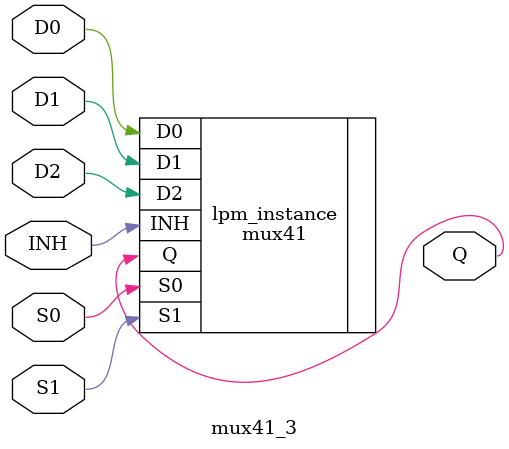
<source format=v>



module mux41_3(S0,D2,S1,D0,INH,D1,Q);
input S0;
input D2;
input S1;
input D0;
input INH;
input D1;
output Q;

mux41	lpm_instance(.S0(S0),.D2(D2),.S1(S1),.D0(D0),.INH(INH),.D1(D1),.Q(Q));

endmodule

</source>
